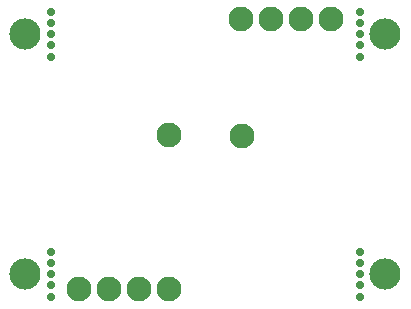
<source format=gbr>
G04 EAGLE Gerber RS-274X export*
G75*
%MOMM*%
%FSLAX34Y34*%
%LPD*%
%INSoldermask Bottom*%
%IPPOS*%
%AMOC8*
5,1,8,0,0,1.08239X$1,22.5*%
G01*
%ADD10C,2.641600*%
%ADD11C,0.701600*%
%ADD12C,2.101600*%


D10*
X-25400Y25400D03*
D11*
X-3810Y6350D03*
X-3810Y15875D03*
X-3810Y25400D03*
X-3810Y44450D03*
X-3810Y34925D03*
D10*
X-25400Y228600D03*
D11*
X-3810Y209550D03*
X-3810Y219075D03*
X-3810Y228600D03*
X-3810Y247650D03*
X-3810Y238125D03*
D10*
X279400Y228600D03*
D11*
X257810Y247650D03*
X257810Y238125D03*
X257810Y228600D03*
X257810Y209550D03*
X257810Y219075D03*
D10*
X279400Y25400D03*
D11*
X257810Y44450D03*
X257810Y34925D03*
X257810Y25400D03*
X257810Y6350D03*
X257810Y15875D03*
D12*
X208280Y241300D03*
X233680Y241300D03*
X157480Y241300D03*
X182880Y241300D03*
X96520Y12700D03*
X71120Y12700D03*
X20320Y12700D03*
X45720Y12700D03*
X96520Y142875D03*
X158115Y142240D03*
M02*

</source>
